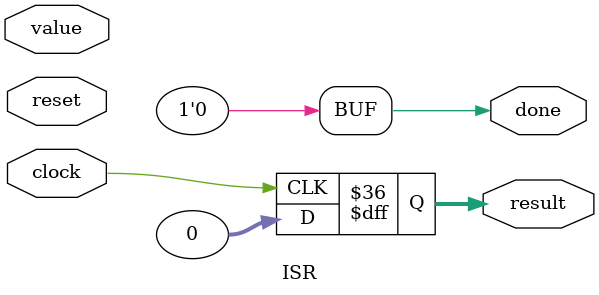
<source format=sv>

typedef enum logic [1:0] {START, CALCULATE, STOP} STATE;

module ISR (
    input               reset,
    input        [63:0] value,
    input               clock,
    output logic [31:0] result,
    output logic        done
);

    // P2 TODO: Finish answering questions for the mult module,
    //          then implement the Integer Square Root algorithm as specified

    // P2 NOTE: reset mult_defs.svh to 8 stages when using this module.

    logic [4:0] i, n_i;

    assign n_i = (state == CALCULATE) ? i - 5'b1 : i;
    assign square = (state == CALCULATE) ? result * result : 0; // TODO: calculate result * result
    assign result[i] = (square > value) ? 0 : 1;

    assign done = (state == STOP);
    
    // Next-state logic
    always_comb begin
        case (state)
            START:
                n_state = CALCULATE;

            CALCULATE:
                if (i >= 5'h0) n_state = CALCULATE;
                else n_state = STOP;

            STOP:
                n_state = STOP;

            default: n_state = STOP;
        endcase
    end

    always_ff @(posedge clock) begin
        if (reset) begin
            state <= START;
            square <= '0;
            result <= '0;
            done <= 0;
            i <= 5'b10000;
        end else begin
            state <= n_state;
            i <= n_i;
            result <= 32'h0;
        end
    end

endmodule

</source>
